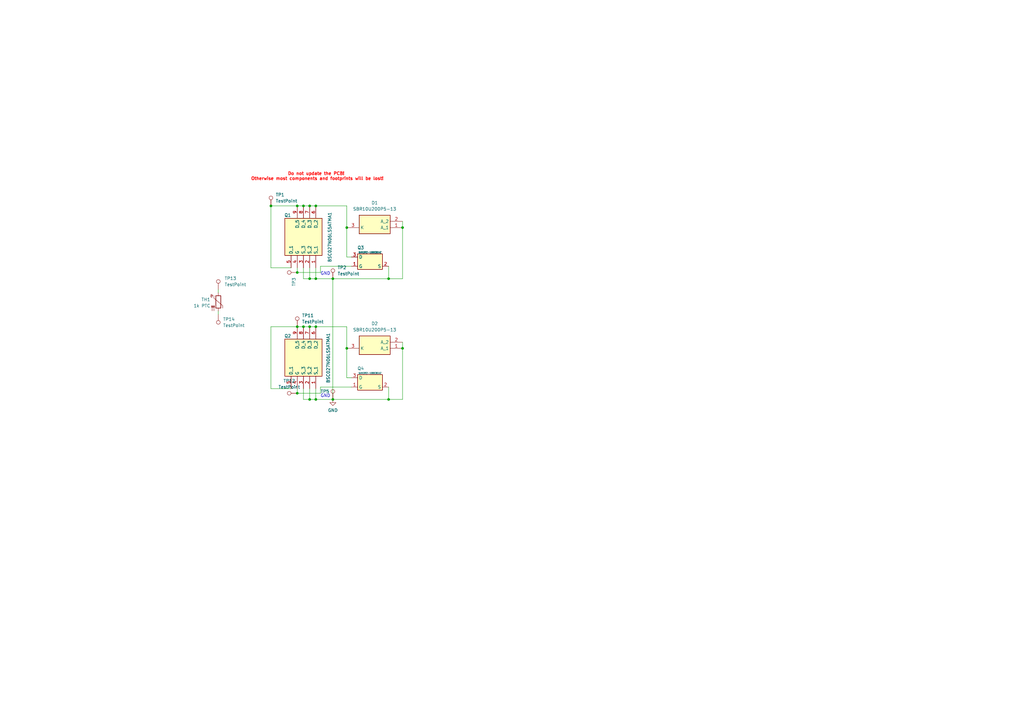
<source format=kicad_sch>
(kicad_sch (version 20231120) (generator "eeschema") (generator_version "8.0")
  (paper "A3")
  (title_block (title "DC/DC v9-3") (date "2024-09-07") (company "Author: Rootthecause"))
  (lib_symbols
    (symbol "Connector:TestPoint" (pin_numbers hide) (pin_names (offset 0.762) hide)
      (property "Reference" "TP" (at 0 6.858 0))
      (property "Value" "TestPoint" (at 0 5.08 0))
      (symbol "TestPoint_0_1"
        (circle (center 0 3.302) (radius 0.762))
      )
      (symbol "TestPoint_1_1"
        (pin passive line (at 0 0 90) (length 2.54) (name "1") (number "1"))
      )
    )
    (symbol "DC-DC Symbol Lib:GAN3R2-100CBEAZ"
      (property "Reference" "Q" (at 3.81 3.81 0))
      (property "Value" "GAN3R2-100CBEAZ" (at 5.08 1.27 0))
      (symbol "GAN3R2-100CBEAZ_1_1"
        (rectangle (start 5.08 0) (end 15.24 -6.35) (stroke (width 0.254)) (fill (type background)))
        (pin passive line (at 2.54 -5.08 0) (length 2.54) (name "G") (number "1"))
        (pin passive line (at 17.78 -5.08 180) (length 2.54) (name "S") (number "2"))
        (pin passive line (at 2.54 -1.27 0) (length 2.54) (name "D") (number "3"))
        (pin passive line (at 17.78 -5.08 180) (length 2.54) hide (name "S") (number "4"))
        (pin passive line (at 2.54 -1.27 0) (length 2.54) hide (name "D") (number "5"))
        (pin passive line (at 17.78 -5.08 180) (length 2.54) hide (name "S") (number "6"))
        (pin passive line (at 2.54 -1.27 0) (length 2.54) hide (name "D") (number "7"))
        (pin passive line (at 17.78 -5.08 180) (length 2.54) hide (name "S") (number "8"))
      )
    )
    (symbol "Device:Thermistor_PTC" (pin_numbers hide) (pin_names (offset 0))
      (property "Reference" "TH" (at -4.064 0 90))
      (property "Value" "Thermistor_PTC" (at 3.048 0 90))
      (symbol "Thermistor_PTC_0_1"
        (arc (start -3.048 2.159) (mid -3.0505 2.3165) (end -3.175 2.413))
        (arc (start -3.048 2.159) (mid -2.9736 1.9794) (end -2.794 1.905))
        (arc (start -3.048 2.794) (mid -2.9736 2.6144) (end -2.794 2.54))
        (arc (start -2.794 1.905) (mid -2.6144 1.9794) (end -2.54 2.159))
        (arc (start -2.794 2.54) (mid -2.434 2.5608) (end -2.159 2.794))
        (arc (start -2.794 3.048) (mid -2.9736 2.9736) (end -3.048 2.794))
        (arc (start -2.54 2.794) (mid -2.6144 2.9736) (end -2.794 3.048))
        (rectangle (start -1.016 2.54) (end 1.016 -2.54) (stroke (width 0.254)))
        (polyline (pts (xy -2.54 2.159) (xy -2.54 2.794)))
        (polyline (pts (xy -1.778 2.54) (xy -1.778 1.524) (xy 1.778 -1.524) (xy 1.778 -2.54)))
        (polyline (pts (xy -2.54 -3.683) (xy -2.54 -1.397) (xy -2.794 -2.159) (xy -2.286 -2.159) (xy -2.54 -1.397) (xy -2.54 -1.651)) (fill (type outline)))
        (polyline (pts (xy -1.778 -3.683) (xy -1.778 -1.397) (xy -2.032 -2.159) (xy -1.524 -2.159) (xy -1.778 -1.397) (xy -1.778 -1.651)) (fill (type outline)))
      )
      (symbol "Thermistor_PTC_1_1"
        (pin passive line (at 0 3.81 270) (length 1.27) (name "~") (number "1"))
        (pin passive line (at 0 -3.81 90) (length 1.27) (name "~") (number "2"))
      )
    )
    (symbol "Samacsys:BSC027N06LS5ATMA1"
      (property "Reference" "Q" (at 21.59 7.62 0))
      (property "Value" "BSC027N06LS5ATMA1" (at 21.59 5.08 0))
      (symbol "BSC027N06LS5ATMA1_1_1"
        (rectangle (start 5.08 2.54) (end 20.32 -12.7) (stroke (width 0.254)) (fill (type background)))
        (pin passive line (at 0 0 0) (length 5.08) (name "S_1") (number "1"))
        (pin passive line (at 0 -2.54 0) (length 5.08) (name "S_2") (number "2"))
        (pin passive line (at 0 -5.08 0) (length 5.08) (name "S_3") (number "3"))
        (pin passive line (at 0 -7.62 0) (length 5.08) (name "G") (number "4"))
        (pin passive line (at 0 -10.16 0) (length 5.08) (name "D_1") (number "5"))
        (pin passive line (at 25.4 0 180) (length 5.08) (name "D_2") (number "6"))
        (pin passive line (at 25.4 -2.54 180) (length 5.08) (name "D_3") (number "7"))
        (pin passive line (at 25.4 -5.08 180) (length 5.08) (name "D_4") (number "8"))
        (pin passive line (at 25.4 -7.62 180) (length 5.08) (name "D_5") (number "9"))
      )
    )
    (symbol "Samacsys:SBR10U200P5-13"
      (property "Reference" "D" (at 19.05 7.62 0))
      (property "Value" "SBR10U200P5-13" (at 19.05 5.08 0))
      (symbol "SBR10U200P5-13_1_1"
        (rectangle (start 5.08 2.54) (end 17.78 -5.08) (stroke (width 0.254)) (fill (type background)))
        (pin passive line (at 0 0 0) (length 5.08) (name "A_1") (number "1"))
        (pin passive line (at 0 -2.54 0) (length 5.08) (name "A_2") (number "2"))
        (pin passive line (at 22.86 0 180) (length 5.08) (name "K") (number "3"))
      )
    )
    (symbol "power:GND" (power) (pin_names (offset 0))
      (property "Value" "GND" (at 0 -3.81 0))
      (symbol "GND_0_1"
        (polyline (pts (xy 0 0) (xy 0 -1.27) (xy 1.27 -1.27) (xy 0 -2.54) (xy -1.27 -1.27) (xy 0 -1.27)))
      )
      (symbol "GND_1_1"
        (pin power_in line (at 0 0 270) (length 0) hide (name "GND") (number "1"))
      )
    )
  )
  (junction (at 129.54 163.83))
  (junction (at 136.525 114.3))
  (junction (at 129.54 84.455))
  (junction (at 165.1 93.345))
  (junction (at 127 133.985))
  (junction (at 127 84.455))
  (junction (at 159.385 163.83))
  (junction (at 136.525 163.83))
  (junction (at 121.92 133.985))
  (junction (at 159.385 114.3))
  (junction (at 127 163.83))
  (junction (at 127 114.3))
  (junction (at 142.24 142.875))
  (junction (at 142.24 93.345))
  (junction (at 129.54 133.985))
  (junction (at 111.125 84.455))
  (junction (at 121.92 161.29))
  (junction (at 165.1 142.875))
  (junction (at 124.46 84.455))
  (junction (at 121.92 111.76))
  (junction (at 121.92 84.455))
  (junction (at 129.54 114.3))
  (junction (at 124.46 133.985))
  (wire (pts (xy 124.46 109.855) (xy 124.46 114.3)))
  (wire (pts (xy 121.92 133.985) (xy 124.46 133.985)))
  (wire (pts (xy 144.145 154.94) (xy 142.24 154.94)))
  (wire (pts (xy 129.54 114.3) (xy 136.525 114.3)))
  (wire (pts (xy 124.46 159.385) (xy 124.46 163.83)))
  (wire (pts (xy 127 109.855) (xy 127 114.3)))
  (wire (pts (xy 124.46 133.985) (xy 127 133.985)))
  (wire (pts (xy 136.525 114.3) (xy 159.385 114.3)))
  (wire (pts (xy 124.46 114.3) (xy 127 114.3)))
  (wire (pts (xy 144.145 105.41) (xy 142.24 105.41)))
  (wire (pts (xy 89.535 127.635) (xy 89.535 128.905)))
  (wire (pts (xy 121.92 159.385) (xy 121.92 161.29)))
  (wire (pts (xy 129.54 159.385) (xy 129.54 163.83)))
  (wire (pts (xy 136.525 163.83) (xy 159.385 163.83)))
  (wire (pts (xy 131.445 109.22) (xy 131.445 111.76)))
  (wire (pts (xy 142.24 93.345) (xy 142.24 84.455)))
  (wire (pts (xy 165.1 140.335) (xy 165.1 142.875)))
  (wire (pts (xy 124.46 163.83) (xy 127 163.83)))
  (wire (pts (xy 111.125 109.855) (xy 111.125 84.455)))
  (wire (pts (xy 159.385 158.75) (xy 159.385 163.83)))
  (wire (pts (xy 119.38 109.855) (xy 111.125 109.855)))
  (wire (pts (xy 159.385 114.3) (xy 165.1 114.3)))
  (wire (pts (xy 129.54 163.83) (xy 136.525 163.83)))
  (wire (pts (xy 144.145 109.22) (xy 131.445 109.22)))
  (wire (pts (xy 119.38 159.385) (xy 111.125 159.385)))
  (wire (pts (xy 127 159.385) (xy 127 163.83)))
  (wire (pts (xy 121.92 84.455) (xy 124.46 84.455)))
  (wire (pts (xy 165.1 93.345) (xy 165.1 114.3)))
  (wire (pts (xy 144.145 158.75) (xy 131.445 158.75)))
  (wire (pts (xy 131.445 158.75) (xy 131.445 161.29)))
  (wire (pts (xy 129.54 114.3) (xy 127 114.3)))
  (wire (pts (xy 127 133.985) (xy 129.54 133.985)))
  (wire (pts (xy 142.24 105.41) (xy 142.24 93.345)))
  (wire (pts (xy 129.54 163.83) (xy 127 163.83)))
  (wire (pts (xy 127 84.455) (xy 129.54 84.455)))
  (wire (pts (xy 124.46 84.455) (xy 127 84.455)))
  (wire (pts (xy 142.24 142.875) (xy 142.24 154.94)))
  (wire (pts (xy 121.92 109.855) (xy 121.92 111.76)))
  (wire (pts (xy 131.445 161.29) (xy 121.92 161.29)))
  (wire (pts (xy 165.1 142.875) (xy 165.1 163.83)))
  (wire (pts (xy 111.125 133.985) (xy 111.125 159.385)))
  (wire (pts (xy 159.385 109.22) (xy 159.385 114.3)))
  (wire (pts (xy 142.24 133.985) (xy 129.54 133.985)))
  (wire (pts (xy 159.385 163.83) (xy 165.1 163.83)))
  (wire (pts (xy 89.535 118.745) (xy 89.535 120.015)))
  (wire (pts (xy 129.54 109.855) (xy 129.54 114.3)))
  (wire (pts (xy 131.445 111.76) (xy 121.92 111.76)))
  (wire (pts (xy 136.525 163.83) (xy 136.525 114.3)))
  (wire (pts (xy 111.125 133.985) (xy 121.92 133.985)))
  (wire (pts (xy 142.24 142.875) (xy 142.24 133.985)))
  (wire (pts (xy 111.125 84.455) (xy 121.92 84.455)))
  (wire (pts (xy 165.1 90.805) (xy 165.1 93.345)))
  (wire (pts (xy 142.24 84.455) (xy 129.54 84.455)))
  (text "Do not update the PCB! \nOtherwise most components and footprints will be lost!" (at 130.175 72.39 0) (effects (font (size 1.27 1.27) (thickness 0.254) (bold yes))))
  (text "GND" (at 131.445 163.195 0) (effects (font (size 1.27 1.27)) (justify left bottom)))
  (text "GND" (at 131.445 113.03 0) (effects (font (size 1.27 1.27)) (justify left bottom)))
  (symbol (lib_id "Connector:TestPoint") (at 121.92 133.985 0) (unit 1)
    (property "Reference" "TP11" (at 123.825 129.4129 0) (effects (justify left)))
    (property "Value" "TestPoint" (at 123.825 131.9529 0) (effects (justify left)))
    (property "Footprint" "DC-DC Footprint Lib:GanDapter Long pad" (effects (hide yes)))
    (property "Description" "test point" (effects (hide yes)))
  )
  (symbol (lib_id "Connector:TestPoint") (at 136.525 114.3 0) (unit 1)
    (property "Reference" "TP2" (at 138.43 109.7279 0) (effects (justify left)))
    (property "Value" "TestPoint" (at 138.43 112.2679 0) (effects (justify left)))
    (property "Footprint" "DC-DC Footprint Lib:GanDapter single pad" (effects (hide yes)))
    (property "Description" "test point" (effects (hide yes)))
  )
  (symbol (lib_id "Connector:TestPoint") (at 89.535 128.905 180) (unit 1)
    (property "Reference" "TP14" (at 91.44 130.9369 0) (effects (justify right)))
    (property "Value" "TestPoint" (at 91.44 133.4769 0) (effects (justify right)))
    (property "Footprint" "DC-DC Footprint Lib:GanDapter short pad" (effects (hide yes)))
    (property "Description" "test point" (effects (hide yes)))
  )
  (symbol (lib_id "DC-DC Symbol Lib:GAN3R2-100CBEAZ") (at 141.605 153.67 0) (unit 1)
    (property "Reference" "Q4" (at 147.955 151.13 0))
    (property "Value" "GAN3R2-100CBEAZ" (at 151.765 153.035 0) (effects (font (size 0.635 0.635))))
    (property "Footprint" "DC-DC Footprint Lib:GAN3R2100CBEAZ" (effects (hide yes)))
    (property "Datasheet" "https://www.mouser.de/ProductDetail/Nexperia/GAN3R2-100CBEAZ?qs=3Rah4i%252BhyCGCdd4XaWDeeg%3D%3D" (effects (hide yes)))
    (property "Height" "0.464" (effects (hide yes)))
    (property "Mouser Part Number" "771-GAN3R2-100CBEAZ" (effects (hide yes)))
    (property "Mouser Price/Stock" "https://www.mouser.co.uk/ProductDetail/Nexperia/GAN3R2-100CBEAZ?qs=3Rah4i%252BhyCGCdd4XaWDeeg%3D%3D" (effects (hide yes)))
    (property "Manufacturer_Name" "Nexperia" (effects (hide yes)))
    (property "Manufacturer_Part_Number" "GAN3R2-100CBEAZ" (effects (hide yes)))
    (property "Qty Stock" "0" (effects (hide yes)))
    (property "Qty Order" "4" (effects (hide yes)))
  )
  (symbol (lib_id "Device:Thermistor_PTC") (at 89.535 123.825 0) (unit 1)
    (property "Reference" "TH1" (at 82.55 122.8724 0) (effects (justify left)))
    (property "Value" "1k PTC" (at 79.375 125.4124 0) (effects (justify left)))
    (property "Footprint" "Resistor_SMD:R_0603_1608Metric" (effects (hide yes)))
    (property "Datasheet" "https://www.mouser.de/ProductDetail/Vishay-Dale/TFPT0603L1001DV?qs=8wHch9UpSvbyFTWmCyxuaA%3D%3D" (effects (hide yes)))
    (property "Qty Stock" "0" (effects (hide yes)))
    (property "Manufacturer_Part_Number" "TFPTL15L3901FL2B" (effects (hide yes)))
    (property "Qty Order" "1" (effects (hide yes)))
  )
  (symbol (lib_id "Samacsys:BSC027N06LS5ATMA1") (at 129.54 109.855 270) (mirror x) (unit 1)
    (property "Reference" "Q1" (at 119.38 88.2649 90) (effects (justify right)))
    (property "Value" "BSC027N06LS5ATMA1" (at 135.255 86.9949 0) (effects (justify right)))
    (property "Footprint" "Samacsys:BSC027N06LS5ATMA1" (effects (hide yes)))
    (property "Datasheet" "https://datasheet.datasheetarchive.com/originals/distributors/DKDS-30/596570.pdf" (effects (hide yes)))
    (property "Description" "MOSFET DIFFERENTIATED MOSFETS" (effects (hide yes)))
    (property "Height" "1" (effects (hide yes)))
    (property "Mouser Part Number" "726-BSC027N06LS5ATMA" (effects (hide yes)))
    (property "Mouser Price/Stock" "https://www.mouser.co.uk/ProductDetail/Infineon-Technologies/BSC027N06LS5ATMA1?qs=HXFqYaX1Q2z6vEIhZX7Vzw%3D%3D" (effects (hide yes)))
    (property "Manufacturer_Name" "Infineon" (effects (hide yes)))
    (property "Manufacturer_Part_Number" "BSC027N06LS5ATMA1" (effects (hide yes)))
  )
  (symbol (lib_id "Samacsys:SBR10U200P5-13") (at 165.1 93.345 180) (unit 1)
    (property "Reference" "D1" (at 153.67 83.185 0))
    (property "Value" "SBR10U200P5-13" (at 153.67 85.725 0))
    (property "Footprint" "Samacsys:SBR10U200P513" (effects (hide yes)))
    (property "Datasheet" "https://www.diodes.com/assets/Datasheets/SBR10U200P5.pdf" (effects (hide yes)))
    (property "Description" "Rectifier Diode Super Barrier Rectifier 200V 10A 3-Pin(3+Tab) PowerDI 5 T/R" (effects (hide yes)))
    (property "Height" "1.15" (effects (hide yes)))
    (property "Mouser Part Number" "621-SBR10U200P5-13" (effects (hide yes)))
    (property "Mouser Price/Stock" "https://www.mouser.co.uk/ProductDetail/Diodes-Incorporated/SBR10U200P5-13?qs=oUsD4qhOtFzxbWPiKZMtYA%3D%3D" (effects (hide yes)))
    (property "Manufacturer_Name" "Diodes Incorporated" (effects (hide yes)))
    (property "Manufacturer_Part_Number" "SBR10U200P5-13" (effects (hide yes)))
  )
  (symbol (lib_id "Samacsys:BSC027N06LS5ATMA1") (at 129.54 159.385 270) (mirror x) (unit 1)
    (property "Reference" "Q2" (at 119.38 137.7949 90) (effects (justify right)))
    (property "Value" "BSC027N06LS5ATMA1" (at 134.62 136.5249 0) (effects (justify right)))
    (property "Footprint" "Samacsys:BSC027N06LS5ATMA1" (effects (hide yes)))
    (property "Datasheet" "https://datasheet.datasheetarchive.com/originals/distributors/DKDS-30/596570.pdf" (effects (hide yes)))
    (property "Description" "MOSFET DIFFERENTIATED MOSFETS" (effects (hide yes)))
    (property "Height" "1" (effects (hide yes)))
    (property "Mouser Part Number" "726-BSC027N06LS5ATMA" (effects (hide yes)))
    (property "Mouser Price/Stock" "https://www.mouser.co.uk/ProductDetail/Infineon-Technologies/BSC027N06LS5ATMA1?qs=HXFqYaX1Q2z6vEIhZX7Vzw%3D%3D" (effects (hide yes)))
    (property "Manufacturer_Name" "Infineon" (effects (hide yes)))
    (property "Manufacturer_Part_Number" "BSC027N06LS5ATMA1" (effects (hide yes)))
  )
  (symbol (lib_id "DC-DC Symbol Lib:GAN3R2-100CBEAZ") (at 141.605 104.14 0) (unit 1)
    (property "Reference" "Q3" (at 147.955 101.6 0))
    (property "Value" "GAN3R2-100CBEAZ" (at 151.765 103.505 0) (effects (font (size 0.635 0.635))))
    (property "Footprint" "DC-DC Footprint Lib:GAN3R2100CBEAZ" (effects (hide yes)))
    (property "Datasheet" "https://www.mouser.de/ProductDetail/Nexperia/GAN3R2-100CBEAZ?qs=3Rah4i%252BhyCGCdd4XaWDeeg%3D%3D" (effects (hide yes)))
    (property "Height" "0.464" (effects (hide yes)))
    (property "Mouser Part Number" "771-GAN3R2-100CBEAZ" (effects (hide yes)))
    (property "Mouser Price/Stock" "https://www.mouser.co.uk/ProductDetail/Nexperia/GAN3R2-100CBEAZ?qs=3Rah4i%252BhyCGCdd4XaWDeeg%3D%3D" (effects (hide yes)))
    (property "Manufacturer_Name" "Nexperia" (effects (hide yes)))
    (property "Manufacturer_Part_Number" "GAN3R2-100CBEAZ" (effects (hide yes)))
    (property "Qty Stock" "0" (effects (hide yes)))
    (property "Qty Order" "4" (effects (hide yes)))
  )
  (symbol (lib_id "Connector:TestPoint") (at 89.535 118.745 0) (unit 1)
    (property "Reference" "TP13" (at 92.075 114.1729 0) (effects (justify left)))
    (property "Value" "TestPoint" (at 92.075 116.7129 0) (effects (justify left)))
    (property "Footprint" "DC-DC Footprint Lib:GanDapter short pad" (effects (hide yes)))
    (property "Description" "test point" (effects (hide yes)))
  )
  (symbol (lib_id "Samacsys:SBR10U200P5-13") (at 165.1 142.875 180) (unit 1)
    (property "Reference" "D2" (at 153.67 132.715 0))
    (property "Value" "SBR10U200P5-13" (at 153.67 135.255 0))
    (property "Footprint" "Samacsys:SBR10U200P513" (effects (hide yes)))
    (property "Datasheet" "https://www.diodes.com/assets/Datasheets/SBR10U200P5.pdf" (effects (hide yes)))
    (property "Description" "Rectifier Diode Super Barrier Rectifier 200V 10A 3-Pin(3+Tab) PowerDI 5 T/R" (effects (hide yes)))
    (property "Height" "1.15" (effects (hide yes)))
    (property "Mouser Part Number" "621-SBR10U200P5-13" (effects (hide yes)))
    (property "Mouser Price/Stock" "https://www.mouser.co.uk/ProductDetail/Diodes-Incorporated/SBR10U200P5-13?qs=oUsD4qhOtFzxbWPiKZMtYA%3D%3D" (effects (hide yes)))
    (property "Manufacturer_Name" "Diodes Incorporated" (effects (hide yes)))
    (property "Manufacturer_Part_Number" "SBR10U200P5-13" (effects (hide yes)))
  )
  (symbol (lib_id "power:GND") (at 136.525 163.83 0) (unit 1)
    (property "Reference" "#PWR01" (effects (hide yes)))
    (property "Value" "GND" (at 136.525 168.275 0))
  )
  (symbol (lib_id "Connector:TestPoint") (at 111.125 84.455 0) (unit 1)
    (property "Reference" "TP1" (at 113.03 79.8829 0) (effects (justify left)))
    (property "Value" "TestPoint" (at 113.03 82.4229 0) (effects (justify left)))
    (property "Footprint" "DC-DC Footprint Lib:GanDapter single pad" (effects (hide yes)))
    (property "Description" "test point" (effects (hide yes)))
  )
  (symbol (lib_id "Connector:TestPoint") (at 121.92 111.76 90) (unit 1)
    (property "Reference" "TP3" (at 120.523 117.475 0) (effects (justify left)))
    (property "Value" "TestPoint" (effects (hide yes)))
    (property "Footprint" "DC-DC Footprint Lib:TestPoint_Pad_D0.8mm_DC-DC" (effects (hide yes)))
    (property "Datasheet" "https://www.mouser.de/ProductDetail/Bourns/PVG5A103C03R00?qs=sGAEpiMZZMu2vyeiTNtwLAWWg9f2DNsdEVwpuMgEBVs%3D" (effects (hide yes)))
    (property "Qty Stock" "DNP" (effects (hide yes)))
    (property "Manufacturer_Part_Number" "PVG5A103C03R00" (effects (hide yes)))
    (property "Qty Order" "8" (effects (hide yes)))
  )
  (symbol (lib_id "Connector:TestPoint") (at 121.92 161.29 90) (unit 1)
    (property "Reference" "TP12" (at 118.618 156.21 90))
    (property "Value" "TestPoint" (at 118.618 158.75 90))
    (property "Footprint" "DC-DC Footprint Lib:GanDapter single pad" (effects (hide yes)))
    (property "Description" "test point" (effects (hide yes)))
  )
  (symbol (lib_id "Connector:TestPoint") (at 136.525 163.83 0) (unit 1)
    (property "Reference" "TP5" (at 131.445 160.528 0) (effects (justify left)))
    (property "Value" "TestPoint" (effects (hide yes)))
    (property "Footprint" "DC-DC Footprint Lib:TestPoint_Pad_D0.8mm_DC-DC" (effects (hide yes)))
    (property "Datasheet" "https://www.mouser.de/ProductDetail/Bourns/PVG5A103C03R00?qs=sGAEpiMZZMu2vyeiTNtwLAWWg9f2DNsdEVwpuMgEBVs%3D" (effects (hide yes)))
    (property "Qty Stock" "DNP" (effects (hide yes)))
    (property "Manufacturer_Part_Number" "PVG5A103C03R00" (effects (hide yes)))
    (property "Qty Order" "8" (effects (hide yes)))
  )
)
</source>
